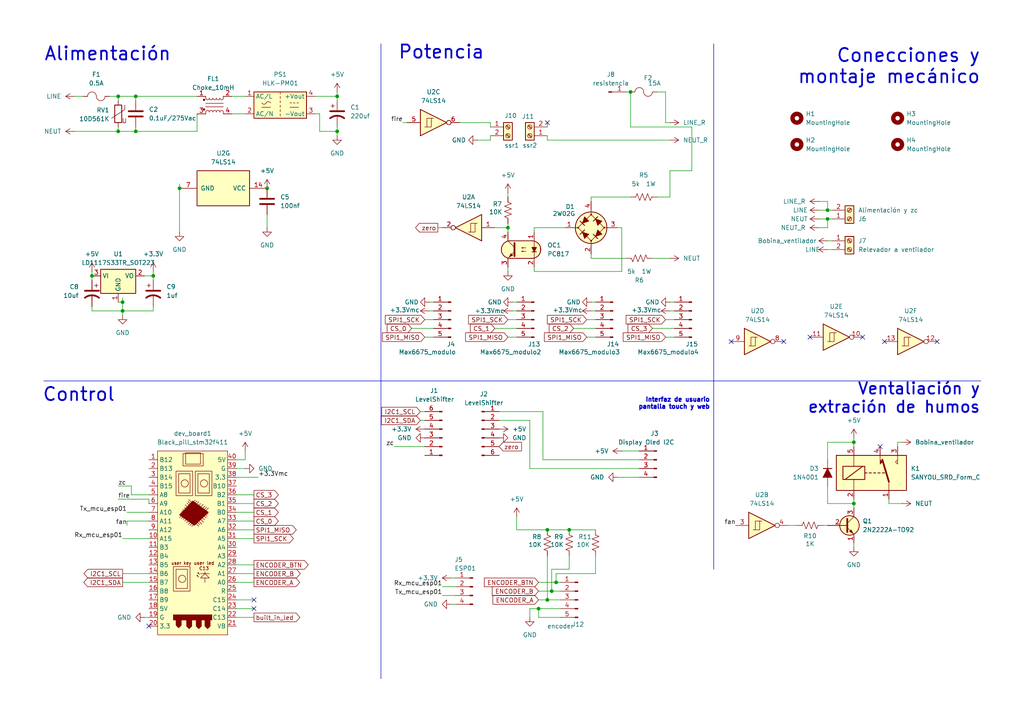
<source format=kicad_sch>
(kicad_sch (version 20250114) (generator "eeschema") (generator_version "9.0")
  (paper "A4")
  (title_block (title "Horno de reflujo para PCB") (date "2025-03-23") (company "Inbiodroid") (comment 1 "José António García García") (comment 2 "Adrián Silva Palafox"))
  (text "Alimentación" (at 31.242 15.748 0) (effects (font (size 3.81 3.81) (thickness 0.508) (bold yes))))
  (text "Interfaz de usuario\npantalla touch y web" (at 205.994 117.094 0) (effects (font (size 1.27 1.27) (thickness 0.508) (bold yes)) (justify right)))
  (text "Ventaliación y\nextración de humos" (at 284.48 115.57 0) (effects (font (size 3.302 3.302) (thickness 0.508) (bold yes)) (justify right)))
  (text "Conecciones y\nmontaje mecánico\n" (at 284.48 19.304 0) (effects (font (size 3.81 3.81) (thickness 0.508) (bold yes)) (justify right)))
  (text "Potencia\n" (at 128.016 15.24 0) (effects (font (size 3.81 3.81) (thickness 0.508) (bold yes))))
  (text "Control" (at 22.86 114.554 0) (effects (font (size 3.81 3.81) (thickness 0.508) (bold yes))))
  (junction (at 39.37 38.1))
  (junction (at 39.37 27.94))
  (junction (at 97.79 27.94))
  (junction (at 156.21 176.53))
  (junction (at 147.32 66.04))
  (junction (at 240.03 63.5))
  (junction (at 160.02 171.45))
  (junction (at 247.65 146.05))
  (junction (at 35.56 87.63))
  (junction (at 52.07 54.61))
  (junction (at 44.45 80.01))
  (junction (at 182.88 26.67))
  (junction (at 247.65 128.27))
  (junction (at 77.47 54.61))
  (junction (at 161.29 168.91))
  (junction (at 158.75 173.99))
  (junction (at 35.56 90.17))
  (junction (at 97.79 38.1))
  (junction (at 26.67 80.01))
  (junction (at 158.75 153.67))
  (junction (at 165.1 153.67))
  (junction (at 34.29 27.94))
  (junction (at 34.29 38.1))
  (junction (at 240.03 60.96))
  (no_connect (at 43.18 181.61))
  (no_connect (at 255.27 129.54))
  (no_connect (at 227.33 99.06))
  (no_connect (at 212.09 99.06))
  (no_connect (at 73.66 176.53))
  (no_connect (at 73.66 173.99))
  (no_connect (at 271.78 99.06))
  (no_connect (at 158.75 35.56))
  (no_connect (at 234.95 97.79))
  (no_connect (at 250.19 97.79))
  (no_connect (at 256.54 99.06))
  (wire (pts (xy 68.58 163.83) (xy 73.66 163.83)))
  (wire (pts (xy 260.35 128.27) (xy 260.35 129.54)))
  (wire (pts (xy 68.58 179.07) (xy 73.66 179.07)))
  (wire (pts (xy 240.03 72.39) (xy 241.3 72.39)))
  (wire (pts (xy 193.04 97.79) (xy 195.58 97.79)))
  (wire (pts (xy 240.03 58.42) (xy 237.49 58.42)))
  (wire (pts (xy 41.91 179.07) (xy 43.18 179.07)))
  (wire (pts (xy 260.35 128.27) (xy 261.62 128.27)))
  (wire (pts (xy 172.72 166.37) (xy 161.29 166.37)))
  (wire (pts (xy 200.66 49.53) (xy 200.66 36.83)))
  (wire (pts (xy 171.45 87.63) (xy 172.72 87.63)))
  (wire (pts (xy 123.19 92.71) (xy 125.73 92.71)))
  (wire (pts (xy 180.34 66.04) (xy 180.34 78.74)))
  (polyline (pts (xy 207.01 111.76) (xy 207.01 165.1)))
  (wire (pts (xy 124.46 90.17) (xy 125.73 90.17)))
  (wire (pts (xy 240.03 69.85) (xy 241.3 69.85)))
  (wire (pts (xy 257.81 146.05) (xy 257.81 144.78)))
  (wire (pts (xy 189.23 74.93) (xy 194.31 74.93)))
  (wire (pts (xy 149.86 149.86) (xy 149.86 153.67)))
  (wire (pts (xy 34.29 144.78) (xy 43.18 144.78)))
  (wire (pts (xy 160.02 171.45) (xy 162.56 171.45)))
  (wire (pts (xy 71.12 130.81) (xy 71.12 133.35)))
  (wire (pts (xy 39.37 38.1) (xy 34.29 38.1)))
  (wire (pts (xy 194.31 90.17) (xy 195.58 90.17)))
  (wire (pts (xy 39.37 27.94) (xy 39.37 29.21)))
  (wire (pts (xy 143.51 66.04) (xy 147.32 66.04)))
  (wire (pts (xy 35.56 166.37) (xy 43.18 166.37)))
  (wire (pts (xy 228.6 152.4) (xy 231.14 152.4)))
  (wire (pts (xy 156.21 176.53) (xy 153.67 176.53)))
  (wire (pts (xy 147.32 64.77) (xy 147.32 66.04)))
  (polyline (pts (xy 110.49 12.7) (xy 110.49 110.49)))
  (wire (pts (xy 193.04 35.56) (xy 193.04 26.67)))
  (wire (pts (xy 165.1 153.67) (xy 172.72 153.67)))
  (wire (pts (xy 39.37 36.83) (xy 39.37 38.1)))
  (wire (pts (xy 147.32 77.47) (xy 147.32 78.74)))
  (wire (pts (xy 172.72 161.29) (xy 172.72 166.37)))
  (wire (pts (xy 27.94 80.01) (xy 26.67 80.01)))
  (wire (pts (xy 68.58 135.89) (xy 71.12 135.89)))
  (wire (pts (xy 237.49 66.04) (xy 240.03 66.04)))
  (wire (pts (xy 57.15 33.02) (xy 57.15 38.1)))
  (wire (pts (xy 153.67 135.89) (xy 185.42 135.89)))
  (wire (pts (xy 43.18 144.78) (xy 43.18 146.05)))
  (wire (pts (xy 162.56 179.07) (xy 156.21 179.07)))
  (wire (pts (xy 157.48 133.35) (xy 157.48 119.38)))
  (wire (pts (xy 68.58 176.53) (xy 73.66 176.53)))
  (wire (pts (xy 44.45 78.74) (xy 44.45 80.01)))
  (wire (pts (xy 128.27 66.04) (xy 127 66.04)))
  (wire (pts (xy 35.56 87.63) (xy 35.56 90.17)))
  (wire (pts (xy 118.11 35.56) (xy 116.84 35.56)))
  (wire (pts (xy 121.92 121.92) (xy 123.19 121.92)))
  (wire (pts (xy 156.21 179.07) (xy 156.21 176.53)))
  (wire (pts (xy 193.04 92.71) (xy 195.58 92.71)))
  (wire (pts (xy 142.24 35.56) (xy 142.24 36.83)))
  (wire (pts (xy 68.58 146.05) (xy 73.66 146.05)))
  (wire (pts (xy 149.86 153.67) (xy 158.75 153.67)))
  (wire (pts (xy 43.18 151.13) (xy 36.83 151.13)))
  (wire (pts (xy 121.92 119.38) (xy 123.19 119.38)))
  (wire (pts (xy 165.1 165.1) (xy 160.02 165.1)))
  (wire (pts (xy 154.94 66.04) (xy 154.94 67.31)))
  (wire (pts (xy 147.32 92.71) (xy 149.86 92.71)))
  (wire (pts (xy 68.58 173.99) (xy 73.66 173.99)))
  (wire (pts (xy 171.45 74.93) (xy 171.45 73.66)))
  (wire (pts (xy 194.31 49.53) (xy 200.66 49.53)))
  (wire (pts (xy 77.47 62.23) (xy 77.47 66.04)))
  (wire (pts (xy 35.56 91.44) (xy 35.56 90.17)))
  (wire (pts (xy 26.67 88.9) (xy 26.67 90.17)))
  (wire (pts (xy 43.18 143.51) (xy 38.1 143.51)))
  (wire (pts (xy 143.51 95.25) (xy 149.86 95.25)))
  (wire (pts (xy 163.83 66.04) (xy 154.94 66.04)))
  (wire (pts (xy 147.32 55.88) (xy 147.32 57.15)))
  (wire (pts (xy 74.93 138.43) (xy 68.58 138.43)))
  (wire (pts (xy 57.15 38.1) (xy 39.37 38.1)))
  (wire (pts (xy 97.79 27.94) (xy 97.79 29.21)))
  (wire (pts (xy 181.61 26.67) (xy 182.88 26.67)))
  (wire (pts (xy 68.58 151.13) (xy 73.66 151.13)))
  (wire (pts (xy 179.07 66.04) (xy 180.34 66.04)))
  (wire (pts (xy 180.34 130.81) (xy 185.42 130.81)))
  (wire (pts (xy 68.58 166.37) (xy 73.66 166.37)))
  (wire (pts (xy 124.46 87.63) (xy 125.73 87.63)))
  (wire (pts (xy 189.23 95.25) (xy 195.58 95.25)))
  (wire (pts (xy 247.65 128.27) (xy 240.03 128.27)))
  (wire (pts (xy 138.43 40.64) (xy 142.24 40.64)))
  (wire (pts (xy 193.04 26.67) (xy 190.5 26.67)))
  (wire (pts (xy 158.75 35.56) (xy 158.75 36.83)))
  (wire (pts (xy 261.62 146.05) (xy 257.81 146.05)))
  (wire (pts (xy 182.88 57.15) (xy 171.45 57.15)))
  (wire (pts (xy 238.76 152.4) (xy 240.03 152.4)))
  (wire (pts (xy 194.31 87.63) (xy 195.58 87.63)))
  (wire (pts (xy 34.29 38.1) (xy 34.29 36.83)))
  (wire (pts (xy 34.29 87.63) (xy 35.56 87.63)))
  (wire (pts (xy 36.83 151.13) (xy 36.83 152.4)))
  (polyline (pts (xy 207.01 12.7) (xy 207.01 111.76)))
  (wire (pts (xy 21.59 27.94) (xy 24.13 27.94)))
  (wire (pts (xy 240.03 146.05) (xy 247.65 146.05)))
  (polyline (pts (xy 110.49 110.49) (xy 110.49 196.85)))
  (wire (pts (xy 31.75 27.94) (xy 34.29 27.94)))
  (wire (pts (xy 240.03 60.96) (xy 241.3 60.96)))
  (wire (pts (xy 240.03 140.97) (xy 240.03 146.05)))
  (wire (pts (xy 161.29 166.37) (xy 161.29 168.91)))
  (wire (pts (xy 158.75 40.64) (xy 194.31 40.64)))
  (wire (pts (xy 97.79 26.67) (xy 97.79 27.94)))
  (wire (pts (xy 148.59 90.17) (xy 149.86 90.17)))
  (wire (pts (xy 41.91 80.01) (xy 44.45 80.01)))
  (wire (pts (xy 68.58 156.21) (xy 73.66 156.21)))
  (wire (pts (xy 182.88 36.83) (xy 182.88 26.67)))
  (wire (pts (xy 21.59 38.1) (xy 34.29 38.1)))
  (wire (pts (xy 119.38 95.25) (xy 125.73 95.25)))
  (wire (pts (xy 200.66 36.83) (xy 182.88 36.83)))
  (polyline (pts (xy 110.49 110.49) (xy 284.48 110.49)))
  (wire (pts (xy 44.45 81.28) (xy 44.45 80.01)))
  (wire (pts (xy 171.45 74.93) (xy 181.61 74.93)))
  (wire (pts (xy 171.45 90.17) (xy 172.72 90.17)))
  (wire (pts (xy 97.79 39.37) (xy 97.79 38.1)))
  (wire (pts (xy 26.67 78.74) (xy 26.67 80.01)))
  (polyline (pts (xy 12.7 110.49) (xy 110.49 110.49)))
  (wire (pts (xy 247.65 144.78) (xy 247.65 146.05)))
  (wire (pts (xy 52.07 54.61) (xy 52.07 53.34)))
  (wire (pts (xy 92.71 33.02) (xy 92.71 38.1)))
  (wire (pts (xy 247.65 157.48) (xy 247.65 158.75)))
  (wire (pts (xy 36.83 148.59) (xy 43.18 148.59)))
  (wire (pts (xy 92.71 33.02) (xy 91.44 33.02)))
  (wire (pts (xy 170.18 92.71) (xy 172.72 92.71)))
  (wire (pts (xy 157.48 119.38) (xy 144.78 119.38)))
  (wire (pts (xy 240.03 63.5) (xy 241.3 63.5)))
  (wire (pts (xy 237.49 60.96) (xy 240.03 60.96)))
  (wire (pts (xy 148.59 87.63) (xy 149.86 87.63)))
  (wire (pts (xy 156.21 171.45) (xy 160.02 171.45)))
  (wire (pts (xy 158.75 153.67) (xy 165.1 153.67)))
  (wire (pts (xy 44.45 90.17) (xy 35.56 90.17)))
  (wire (pts (xy 240.03 60.96) (xy 240.03 58.42)))
  (wire (pts (xy 161.29 168.91) (xy 162.56 168.91)))
  (wire (pts (xy 147.32 97.79) (xy 149.86 97.79)))
  (wire (pts (xy 38.1 140.97) (xy 34.29 140.97)))
  (wire (pts (xy 247.65 146.05) (xy 247.65 147.32)))
  (wire (pts (xy 156.21 168.91) (xy 161.29 168.91)))
  (wire (pts (xy 34.29 29.21) (xy 34.29 27.94)))
  (wire (pts (xy 157.48 133.35) (xy 185.42 133.35)))
  (wire (pts (xy 166.37 95.25) (xy 172.72 95.25)))
  (wire (pts (xy 156.21 173.99) (xy 158.75 173.99)))
  (wire (pts (xy 170.18 97.79) (xy 172.72 97.79)))
  (wire (pts (xy 71.12 133.35) (xy 68.58 133.35)))
  (wire (pts (xy 34.29 27.94) (xy 39.37 27.94)))
  (wire (pts (xy 128.27 170.18) (xy 132.08 170.18)))
  (wire (pts (xy 153.67 121.92) (xy 144.78 121.92)))
  (wire (pts (xy 154.94 78.74) (xy 154.94 77.47)))
  (wire (pts (xy 162.56 176.53) (xy 156.21 176.53)))
  (wire (pts (xy 240.03 128.27) (xy 240.03 133.35)))
  (wire (pts (xy 165.1 161.29) (xy 165.1 165.1)))
  (wire (pts (xy 35.56 156.21) (xy 43.18 156.21)))
  (wire (pts (xy 247.65 129.54) (xy 247.65 128.27)))
  (wire (pts (xy 179.07 138.43) (xy 185.42 138.43)))
  (wire (pts (xy 130.81 167.64) (xy 132.08 167.64)))
  (wire (pts (xy 142.24 39.37) (xy 142.24 40.64)))
  (wire (pts (xy 153.67 135.89) (xy 153.67 121.92)))
  (wire (pts (xy 194.31 57.15) (xy 194.31 49.53)))
  (wire (pts (xy 158.75 173.99) (xy 162.56 173.99)))
  (wire (pts (xy 158.75 161.29) (xy 158.75 173.99)))
  (wire (pts (xy 38.1 143.51) (xy 38.1 140.97)))
  (wire (pts (xy 160.02 165.1) (xy 160.02 171.45)))
  (wire (pts (xy 147.32 66.04) (xy 147.32 67.31)))
  (wire (pts (xy 91.44 27.94) (xy 97.79 27.94)))
  (wire (pts (xy 26.67 90.17) (xy 35.56 90.17)))
  (wire (pts (xy 67.31 33.02) (xy 71.12 33.02)))
  (wire (pts (xy 153.67 176.53) (xy 153.67 179.07)))
  (wire (pts (xy 114.3 129.54) (xy 123.19 129.54)))
  (wire (pts (xy 237.49 63.5) (xy 240.03 63.5)))
  (wire (pts (xy 39.37 27.94) (xy 57.15 27.94)))
  (wire (pts (xy 97.79 38.1) (xy 97.79 36.83)))
  (wire (pts (xy 68.58 148.59) (xy 73.66 148.59)))
  (wire (pts (xy 130.81 175.26) (xy 132.08 175.26)))
  (wire (pts (xy 92.71 38.1) (xy 97.79 38.1)))
  (wire (pts (xy 68.58 153.67) (xy 73.66 153.67)))
  (wire (pts (xy 44.45 88.9) (xy 44.45 90.17)))
  (wire (pts (xy 67.31 27.94) (xy 71.12 27.94)))
  (wire (pts (xy 35.56 86.36) (xy 35.56 87.63)))
  (wire (pts (xy 26.67 80.01) (xy 26.67 81.28)))
  (wire (pts (xy 158.75 39.37) (xy 158.75 40.64)))
  (wire (pts (xy 240.03 66.04) (xy 240.03 63.5)))
  (wire (pts (xy 35.56 168.91) (xy 43.18 168.91)))
  (wire (pts (xy 123.19 97.79) (xy 125.73 97.79)))
  (wire (pts (xy 52.07 67.31) (xy 52.07 54.61)))
  (wire (pts (xy 247.65 127) (xy 247.65 128.27)))
  (wire (pts (xy 128.27 172.72) (xy 132.08 172.72)))
  (wire (pts (xy 68.58 143.51) (xy 73.66 143.51)))
  (wire (pts (xy 68.58 168.91) (xy 73.66 168.91)))
  (wire (pts (xy 171.45 57.15) (xy 171.45 58.42)))
  (wire (pts (xy 190.5 57.15) (xy 194.31 57.15)))
  (wire (pts (xy 193.04 35.56) (xy 194.31 35.56)))
  (wire (pts (xy 180.34 78.74) (xy 154.94 78.74)))
  (wire (pts (xy 133.35 35.56) (xy 142.24 35.56)))
  (label "zc" (at 114.3 129.54 180))
  (label "fan" (at 213.36 152.4 180))
  (label "fire" (at 34.29 144.78 0))
  (label "zc" (at 34.29 140.97 0))
  (label "fire" (at 116.84 35.56 180))
  (label "+3.3Vmc" (at 74.93 138.43 0))
  (label "Tx_mcu_esp01" (at 128.27 172.72 180))
  (label "Tx_mcu_esp01" (at 36.83 148.59 180))
  (label "fan" (at 36.83 152.4 180))
  (label "Rx_mcu_esp01" (at 128.27 170.18 180))
  (label "Rx_mcu_esp01" (at 35.56 156.21 180))
  (global_label "SPI1_MISO" (shape input) (at 193.04 97.79 180) (property "Intersheetrefs" "${INTERSHEET_REFS}" (effects (hide yes))))
  (global_label "I2C1_SCL" (shape output) (at 35.56 166.37 180) (property "Intersheetrefs" "${INTERSHEET_REFS}" (effects (hide yes))))
  (global_label "SPI1_SCK" (shape output) (at 73.66 156.21 0) (property "Intersheetrefs" "${INTERSHEET_REFS}" (effects (hide yes))))
  (global_label "CS_2" (shape input) (at 166.37 95.25 180) (property "Intersheetrefs" "${INTERSHEET_REFS}" (effects (hide yes))))
  (global_label "ENCODER_B" (shape input) (at 156.21 171.45 180) (property "Intersheetrefs" "${INTERSHEET_REFS}" (effects (hide yes))))
  (global_label "CS_2" (shape output) (at 73.66 146.05 0) (property "Intersheetrefs" "${INTERSHEET_REFS}" (effects (hide yes))))
  (global_label "CS_3" (shape input) (at 189.23 95.25 180) (property "Intersheetrefs" "${INTERSHEET_REFS}" (effects (hide yes))))
  (global_label "SPI1_MISO" (shape input) (at 170.18 97.79 180) (property "Intersheetrefs" "${INTERSHEET_REFS}" (effects (hide yes))))
  (global_label "zero" (shape input) (at 144.78 129.54 0) (property "Intersheetrefs" "${INTERSHEET_REFS}" (effects (hide yes))))
  (global_label "CS_1" (shape input) (at 143.51 95.25 180) (property "Intersheetrefs" "${INTERSHEET_REFS}" (effects (hide yes))))
  (global_label "CS_1" (shape output) (at 73.66 148.59 0) (property "Intersheetrefs" "${INTERSHEET_REFS}" (effects (hide yes))))
  (global_label "SPI1_SCK" (shape input) (at 147.32 92.71 180) (property "Intersheetrefs" "${INTERSHEET_REFS}" (effects (hide yes))))
  (global_label "I2C1_SCL" (shape input) (at 121.92 119.38 180) (property "Intersheetrefs" "${INTERSHEET_REFS}" (effects (hide yes))))
  (global_label "SPI1_MISO" (shape input) (at 123.19 97.79 180) (property "Intersheetrefs" "${INTERSHEET_REFS}" (effects (hide yes))))
  (global_label "CS_0" (shape input) (at 119.38 95.25 180) (property "Intersheetrefs" "${INTERSHEET_REFS}" (effects (hide yes))))
  (global_label "CS_3" (shape output) (at 73.66 143.51 0) (property "Intersheetrefs" "${INTERSHEET_REFS}" (effects (hide yes))))
  (global_label "SPI1_SCK" (shape input) (at 170.18 92.71 180) (property "Intersheetrefs" "${INTERSHEET_REFS}" (effects (hide yes))))
  (global_label "ENCODER_BTN" (shape input) (at 156.21 168.91 180) (property "Intersheetrefs" "${INTERSHEET_REFS}" (effects (hide yes))))
  (global_label "SPI1_MISO" (shape input) (at 147.32 97.79 180) (property "Intersheetrefs" "${INTERSHEET_REFS}" (effects (hide yes))))
  (global_label "ENCODER_A" (shape output) (at 73.66 168.91 0) (property "Intersheetrefs" "${INTERSHEET_REFS}" (effects (hide yes))))
  (global_label "zero" (shape output) (at 127 66.04 180) (property "Intersheetrefs" "${INTERSHEET_REFS}" (effects (hide yes))))
  (global_label "I2C1_SDA" (shape input) (at 121.92 121.92 180) (property "Intersheetrefs" "${INTERSHEET_REFS}" (effects (hide yes))))
  (global_label "built_in_led" (shape output) (at 73.66 179.07 0) (property "Intersheetrefs" "${INTERSHEET_REFS}" (effects (hide yes))))
  (global_label "SPI1_MISO" (shape output) (at 73.66 153.67 0) (property "Intersheetrefs" "${INTERSHEET_REFS}" (effects (hide yes))))
  (global_label "ENCODER_A" (shape input) (at 156.21 173.99 180) (property "Intersheetrefs" "${INTERSHEET_REFS}" (effects (hide yes))))
  (global_label "SPI1_SCK" (shape input) (at 123.19 92.71 180) (property "Intersheetrefs" "${INTERSHEET_REFS}" (effects (hide yes))))
  (global_label "CS_0" (shape output) (at 73.66 151.13 0) (property "Intersheetrefs" "${INTERSHEET_REFS}" (effects (hide yes))))
  (global_label "I2C1_SDA" (shape output) (at 35.56 168.91 180) (property "Intersheetrefs" "${INTERSHEET_REFS}" (effects (hide yes))))
  (global_label "ENCODER_B" (shape output) (at 73.66 166.37 0) (property "Intersheetrefs" "${INTERSHEET_REFS}" (effects (hide yes))))
  (global_label "SPI1_SCK" (shape input) (at 193.04 92.71 180) (property "Intersheetrefs" "${INTERSHEET_REFS}" (effects (hide yes))))
  (global_label "ENCODER_BTN" (shape output) (at 73.66 163.83 0) (property "Intersheetrefs" "${INTERSHEET_REFS}" (effects (hide yes))))
  (symbol (lib_id "speedy_hardware_items:Black_pill_stm32f411") (at 55.88 125.73 0) (unit 1)
    (property "Reference" "dev_board1" (at 55.88 125.73 0))
    (property "Value" "Black_pill_stm32f411" (at 55.88 128.27 0))
    (property "Footprint" "Module:Maple_Mini" (effects (hide yes)))
    (property "Datasheet" "https://stm32-base.org/boards/STM32F411CEU6-WeAct-Black-Pill-V2.0" (effects (hide yes)))
  )
  (symbol (lib_id "power:NEUT") (at 194.31 40.64 270) (unit 1)
    (property "Reference" "#PWR08" (effects (hide yes)))
    (property "Value" "NEUT_R" (at 198.12 40.6399 90) (effects (justify left)))
    (property "Description" "Power symbol creates a global label with name \"NEUT\"" (effects (hide yes)))
  )
  (symbol (lib_id "74xx:74LS14") (at 135.89 66.04 180) (unit 1)
    (property "Reference" "U2" (at 135.89 57.15 0))
    (property "Value" "74LS14" (at 135.89 59.69 0))
    (property "Footprint" "Package_DIP:DIP-14_W7.62mm_Socket_LongPads" (effects (hide yes)))
    (property "Datasheet" "http://www.ti.com/lit/gpn/sn74LS14" (effects (hide yes)))
    (property "Description" "Hex inverter schmitt trigger" (effects (hide yes)))
  )
  (symbol (lib_id "power:GND") (at 194.31 87.63 270) (unit 1)
    (property "Reference" "#PWR049" (effects (hide yes)))
    (property "Value" "GND" (at 189.23 87.63 90))
    (property "Description" "Power symbol creates a global label with name \"GND\" , ground" (effects (hide yes)))
  )
  (symbol (lib_id "74xx:74LS14") (at 219.71 99.06 0) (unit 4)
    (property "Reference" "U2" (at 219.71 90.17 0))
    (property "Value" "74LS14" (at 219.71 92.71 0))
    (property "Footprint" "Package_DIP:DIP-14_W7.62mm_Socket_LongPads" (effects (hide yes)))
    (property "Datasheet" "http://www.ti.com/lit/gpn/sn74LS14" (effects (hide yes)))
    (property "Description" "Hex inverter schmitt trigger" (effects (hide yes)))
  )
  (symbol (lib_id "Mechanical:MountingHole") (at 231.14 41.91 0) (unit 1) (exclude_from_sim yes) (in_bom no)
    (property "Reference" "H2" (at 233.68 40.6399 0) (effects (justify left)))
    (property "Value" "MountingHole" (at 233.68 43.1799 0) (effects (justify left)))
    (property "Footprint" "MountingHole:MountingHole_3.2mm_M3_DIN965" (effects (hide yes)))
    (property "Description" "Mounting Hole without connection" (effects (hide yes)))
  )
  (symbol (lib_id "power:GND") (at 247.65 158.75 0) (unit 1)
    (property "Reference" "#PWR019" (effects (hide yes)))
    (property "Value" "GND" (at 247.65 163.83 0))
    (property "Description" "Power symbol creates a global label with name \"GND\" , ground" (effects (hide yes)))
  )
  (symbol (lib_id "Device:R_US") (at 172.72 157.48 180) (unit 1)
    (property "Reference" "R11" (at 169.672 155.702 0))
    (property "Value" "10K" (at 169.164 157.988 0))
    (property "Footprint" "Resistor_THT:R_Axial_DIN0207_L6.3mm_D2.5mm_P2.54mm_Vertical" (effects (hide yes)))
    (property "Description" "Resistor, US symbol" (effects (hide yes)))
  )
  (symbol (lib_id "74xx:74LS14") (at 125.73 35.56 0) (unit 3)
    (property "Reference" "U2" (at 125.73 26.67 0))
    (property "Value" "74LS14" (at 125.73 29.21 0))
    (property "Footprint" "Package_DIP:DIP-14_W7.62mm_Socket_LongPads" (effects (hide yes)))
    (property "Datasheet" "http://www.ti.com/lit/gpn/sn74LS14" (effects (hide yes)))
    (property "Description" "Hex inverter schmitt trigger" (effects (hide yes)))
  )
  (symbol (lib_id "power:GND") (at 144.78 127 90) (unit 1)
    (property "Reference" "#PWR024" (effects (hide yes)))
    (property "Value" "GND" (at 148.59 126.9999 90) (effects (justify right)))
    (property "Description" "Power symbol creates a global label with name \"GND\" , ground" (effects (hide yes)))
  )
  (symbol (lib_id "power:GND") (at 171.45 87.63 270) (unit 1)
    (property "Reference" "#PWR044" (effects (hide yes)))
    (property "Value" "GND" (at 166.37 87.63 90))
    (property "Description" "Power symbol creates a global label with name \"GND\" , ground" (effects (hide yes)))
  )
  (symbol (lib_id "power:GND") (at 77.47 66.04 0) (mirror y) (unit 1)
    (property "Reference" "#PWR015" (effects (hide yes)))
    (property "Value" "GND" (at 77.47 71.12 0))
    (property "Description" "Power symbol creates a global label with name \"GND\" , ground" (effects (hide yes)))
  )
  (symbol (lib_id "power:GND") (at 147.32 78.74 0) (unit 1)
    (property "Reference" "#PWR012" (effects (hide yes)))
    (property "Value" "GND" (at 147.32 83.82 0))
    (property "Description" "Power symbol creates a global label with name \"GND\" , ground" (effects (hide yes)))
  )
  (symbol (lib_id "power:+5V") (at 97.79 26.67 0) (unit 1)
    (property "Reference" "#PWR04" (effects (hide yes)))
    (property "Value" "+5V" (at 97.79 21.59 0))
    (property "Description" "Power symbol creates a global label with name \"+5V\"" (effects (hide yes)))
  )
  (symbol (lib_id "Connector:Conn_01x01_Pin") (at 176.53 26.67 0) (unit 1)
    (property "Reference" "J8" (at 177.165 21.59 0))
    (property "Value" "resistencia" (at 177.165 24.13 0))
    (property "Footprint" "Connector_PinHeader_2.54mm:PinHeader_1x01_P2.54mm_Vertical" (effects (hide yes)))
    (property "Description" "Generic connector, single row, 01x01, script generated" (effects (hide yes)))
  )
  (symbol (lib_id "74xx:74LS14") (at 242.57 97.79 0) (unit 5)
    (property "Reference" "U2" (at 242.57 88.9 0))
    (property "Value" "74LS14" (at 242.57 91.44 0))
    (property "Footprint" "Package_DIP:DIP-14_W7.62mm_Socket_LongPads" (effects (hide yes)))
    (property "Datasheet" "http://www.ti.com/lit/gpn/sn74LS14" (effects (hide yes)))
    (property "Description" "Hex inverter schmitt trigger" (effects (hide yes)))
  )
  (symbol (lib_id "PCM_Transistor_BJT_AKL:2N2222A-TO92") (at 245.11 152.4 0) (unit 1)
    (property "Reference" "Q1" (at 250.19 151.1299 0) (effects (justify left)))
    (property "Value" "2N2222A-TO92" (at 250.19 153.6699 0) (effects (justify left)))
    (property "Footprint" "Package_TO_SOT_THT:TO-92" (effects (hide yes)))
    (property "Datasheet" "https://www.tme.eu/Document/f56ae9fa05736feb390d26bab71fb0d5/2n2222a.pdf" (effects (hide yes)))
    (property "Description" "NPN TO-92 transistor, 40V, 0.6A, 625mW, Alternate KiCAD Library" (effects (hide yes)))
  )
  (symbol (lib_id "PCM_Diode_Bridge_AKL:2W02G") (at 171.45 66.04 90) (unit 1)
    (property "Reference" "D1" (at 165.354 59.944 90))
    (property "Value" "2W02G" (at 163.576 61.976 90))
    (property "Footprint" "Diode_THT:Diode_Bridge_Round_D9.0mm" (effects (hide yes)))
    (property "Datasheet" "https://www.tme.eu/Document/d97a8947eb7461daccec0981d4c63639/2w005g.pdf" (effects (hide yes)))
    (property "Description" "2A, 200V, THT Diode bridge, Alternate KiCAD Library" (effects (hide yes)))
  )
  (symbol (lib_id "power:LINE") (at 21.59 27.94 90) (unit 1)
    (property "Reference" "#PWR01" (effects (hide yes)))
    (property "Value" "LINE" (at 17.78 27.9399 90) (effects (justify left)))
    (property "Description" "Power symbol creates a global label with name \"LINE\"" (effects (hide yes)))
  )
  (symbol (lib_id "power:GND") (at 41.91 179.07 270) (unit 1)
    (property "Reference" "#PWR035" (effects (hide yes)))
    (property "Value" "GND" (at 38.1 179.0699 90) (effects (justify right)))
    (property "Description" "Power symbol creates a global label with name \"GND\" , ground" (effects (hide yes)))
  )
  (symbol (lib_id "power:GND") (at 138.43 40.64 270) (unit 1)
    (property "Reference" "#PWR09" (effects (hide yes)))
    (property "Value" "GND" (at 133.096 40.64 90))
    (property "Description" "Power symbol creates a global label with name \"GND\" , ground" (effects (hide yes)))
  )
  (symbol (lib_id "power:GND") (at 52.07 67.31 0) (mirror y) (unit 1)
    (property "Reference" "#PWR014" (effects (hide yes)))
    (property "Value" "GND" (at 52.07 72.39 0))
    (property "Description" "Power symbol creates a global label with name \"GND\" , ground" (effects (hide yes)))
  )
  (symbol (lib_id "power:+5V") (at 180.34 130.81 90) (mirror x) (unit 1)
    (property "Reference" "#PWR023" (effects (hide yes)))
    (property "Value" "+5V" (at 176.53 130.8099 90) (effects (justify left)))
    (property "Description" "Power symbol creates a global label with name \"+5V\"" (effects (hide yes)))
  )
  (symbol (lib_id "Connector:Conn_01x05_Pin") (at 130.81 92.71 0) (mirror y) (unit 1)
    (property "Reference" "J4" (at 130.81 99.822 0))
    (property "Value" "Max6675_modulo" (at 123.952 102.108 0))
    (property "Footprint" "Connector_PinHeader_2.54mm:PinHeader_1x05_P2.54mm_Vertical" (effects (hide yes)))
    (property "Description" "Generic connector, single row, 01x05, script generated" (effects (hide yes)))
  )
  (symbol (lib_id "power:GND") (at 130.81 175.26 270) (mirror x) (unit 1)
    (property "Reference" "#PWR029" (effects (hide yes)))
    (property "Value" "GND" (at 127 175.2599 90) (effects (justify right)))
    (property "Description" "Power symbol creates a global label with name \"GND\" , ground" (effects (hide yes)))
  )
  (symbol (lib_id "Device:R_US") (at 147.32 60.96 180) (unit 1)
    (property "Reference" "R7" (at 144.272 59.182 0))
    (property "Value" "10K" (at 143.764 61.468 0))
    (property "Footprint" "Resistor_THT:R_Axial_DIN0207_L6.3mm_D2.5mm_P2.54mm_Vertical" (effects (hide yes)))
    (property "Description" "Resistor, US symbol" (effects (hide yes)))
  )
  (symbol (lib_id "Device:C_Polarized_US") (at 44.45 85.09 0) (unit 1)
    (property "Reference" "C9" (at 48.26 83.1849 0) (effects (justify left)))
    (property "Value" "1uf" (at 48.26 85.7249 0) (effects (justify left)))
    (property "Footprint" "Capacitor_THT:CP_Radial_D5.0mm_P2.50mm" (effects (hide yes)))
    (property "Description" "Polarized capacitor, US symbol" (effects (hide yes)))
  )
  (symbol (lib_id "Connector:Conn_01x05_Pin") (at 167.64 173.99 0) (mirror y) (unit 1)
    (property "Reference" "J12" (at 167.64 181.102 0))
    (property "Value" "encoder" (at 162.56 181.61 0))
    (property "Footprint" "Connector_PinHeader_2.54mm:PinHeader_1x05_P2.54mm_Vertical" (effects (hide yes)))
    (property "Description" "Generic connector, single row, 01x05, script generated" (effects (hide yes)))
  )
  (symbol (lib_id "power:NEUT") (at 240.03 72.39 90) (unit 1)
    (property "Reference" "#PWR041" (effects (hide yes)))
    (property "Value" "LINE" (at 235.712 72.39 90))
    (property "Description" "Power symbol creates a global label with name \"NEUT\"" (effects (hide yes)))
  )
  (symbol (lib_id "Device:R_US") (at 165.1 157.48 180) (unit 1)
    (property "Reference" "R9" (at 162.052 155.702 0))
    (property "Value" "10K" (at 161.544 157.988 0))
    (property "Footprint" "Resistor_THT:R_Axial_DIN0207_L6.3mm_D2.5mm_P2.54mm_Vertical" (effects (hide yes)))
    (property "Description" "Resistor, US symbol" (effects (hide yes)))
  )
  (symbol (lib_id "Device:R_US") (at 158.75 157.48 180) (unit 1)
    (property "Reference" "R8" (at 155.702 155.702 0))
    (property "Value" "10K" (at 155.194 157.988 0))
    (property "Footprint" "Resistor_THT:R_Axial_DIN0207_L6.3mm_D2.5mm_P2.54mm_Vertical" (effects (hide yes)))
    (property "Description" "Resistor, US symbol" (effects (hide yes)))
  )
  (symbol (lib_id "Connector:Conn_01x04_Pin") (at 190.5 133.35 0) (mirror y) (unit 1)
    (property "Reference" "J3" (at 189.865 125.73 0))
    (property "Value" "Display Oled I2C" (at 187.452 128.27 0))
    (property "Footprint" "Connector_PinHeader_2.54mm:PinHeader_1x04_P2.54mm_Vertical" (effects (hide yes)))
    (property "Description" "Generic connector, single row, 01x04, script generated" (effects (hide yes)))
  )
  (symbol (lib_id "Connector:Screw_Terminal_01x02") (at 147.32 36.83 0) (unit 1)
    (property "Reference" "J10" (at 146.304 33.528 0) (effects (justify left)))
    (property "Value" "ssr1" (at 146.304 42.164 0) (effects (justify left)))
    (property "Footprint" "TerminalBlock:TerminalBlock_bornier-2_P5.08mm" (effects (hide yes)))
    (property "Description" "Generic screw terminal, single row, 01x02, script generated (kicad-library-utils/schlib/autogen/connector/)" (effects (hide yes)))
  )
  (symbol (lib_id "power:LINE") (at 237.49 60.96 90) (unit 1)
    (property "Reference" "#PWR038" (effects (hide yes)))
    (property "Value" "LINE" (at 234.315 60.9599 90) (effects (justify left)))
    (property "Description" "Power symbol creates a global label with name \"LINE\"" (effects (hide yes)))
  )
  (symbol (lib_id "power:LINE") (at 240.03 69.85 90) (unit 1)
    (property "Reference" "#PWR040" (effects (hide yes)))
    (property "Value" "Bobina_ventilador" (at 236.855 69.8499 90) (effects (justify left)))
    (property "Description" "Power symbol creates a global label with name \"LINE\"" (effects (hide yes)))
  )
  (symbol (lib_id "Device:C") (at 39.37 33.02 0) (unit 1)
    (property "Reference" "C2" (at 43.18 31.7499 0) (effects (justify left)))
    (property "Value" "0.1uF/275Vac" (at 43.18 34.2899 0) (effects (justify left)))
    (property "Footprint" "Capacitor_THT:C_Disc_D5.1mm_W3.2mm_P5.00mm" (effects (hide yes)))
    (property "Description" "Unpolarized capacitor" (effects (hide yes)))
  )
  (symbol (lib_id "power:LINE") (at 237.49 58.42 90) (mirror x) (unit 1)
    (property "Reference" "#PWR046" (effects (hide yes)))
    (property "Value" "LINE_R" (at 233.68 58.4199 90) (effects (justify left)))
    (property "Description" "Power symbol creates a global label with name \"LINE\"" (effects (hide yes)))
  )
  (symbol (lib_id "PCM_Device_AKL:Fuse") (at 186.69 26.67 180) (unit 1)
    (property "Reference" "F2" (at 186.69 22.606 0) (effects (justify right)))
    (property "Value" "15A" (at 187.9599 24.13 0) (effects (justify right)))
    (property "Footprint" "Fuse:Fuseholder_Cylinder-5x20mm_Schurter_0031_8201_Horizontal_Open" (effects (hide yes)))
    (property "Description" "Fuse, Alternate KiCAD Library" (effects (hide yes)))
  )
  (symbol (lib_id "PCM_4ms_Power-symbol:+3.3V") (at 124.46 90.17 90) (unit 1)
    (property "Reference" "#PWR032" (effects (hide yes)))
    (property "Value" "+3.3Vmc" (at 113.03 89.916 90) (effects (justify right)))
  )
  (symbol (lib_id "Device:R_US") (at 234.95 152.4 270) (unit 1)
    (property "Reference" "R10" (at 234.95 155.448 90))
    (property "Value" "1K" (at 234.95 157.734 90))
    (property "Footprint" "Resistor_THT:R_Axial_DIN0207_L6.3mm_D2.5mm_P2.54mm_Vertical" (effects (hide yes)))
    (property "Description" "Resistor, US symbol" (effects (hide yes)))
  )
  (symbol (lib_id "PCM_4ms_Power-symbol:+3.3V") (at 44.45 78.74 0) (unit 1)
    (property "Reference" "#PWR027" (effects (hide yes)))
    (property "Value" "+3.3V" (at 44.45 73.66 0))
  )
  (symbol (lib_id "Mechanical:MountingHole") (at 231.14 34.29 0) (unit 1) (exclude_from_sim yes) (in_bom no)
    (property "Reference" "H1" (at 233.68 33.0199 0) (effects (justify left)))
    (property "Value" "MountingHole" (at 233.68 35.5599 0) (effects (justify left)))
    (property "Footprint" "MountingHole:MountingHole_3.2mm_M3_DIN965" (effects (hide yes)))
    (property "Description" "Mounting Hole without connection" (effects (hide yes)))
  )
  (symbol (lib_id "Relay:SANYOU_SRD_Form_C") (at 252.73 137.16 0) (unit 1)
    (property "Reference" "K1" (at 264.16 135.8899 0) (effects (justify left)))
    (property "Value" "SANYOU_SRD_Form_C" (at 264.16 138.4299 0) (effects (justify left)))
    (property "Footprint" "Relay_THT:Relay_SPDT_SANYOU_SRD_Series_Form_C" (effects (hide yes)))
    (property "Datasheet" "http://www.sanyourelay.ca/public/products/pdf/SRD.pdf" (effects (hide yes)))
    (property "Description" "Sanyo SRD relay, Single Pole Miniature Power Relay," (effects (hide yes)))
  )
  (symbol (lib_id "Connector:Conn_01x04_Pin") (at 137.16 170.18 0) (mirror y) (unit 1)
    (property "Reference" "J5" (at 131.826 162.306 0) (effects (justify right)))
    (property "Value" "ESP01" (at 131.826 164.846 0) (effects (justify right)))
    (property "Footprint" "Connector_PinHeader_2.54mm:PinHeader_1x04_P2.54mm_Vertical" (effects (hide yes)))
    (property "Description" "Generic connector, single row, 01x04, script generated" (effects (hide yes)))
  )
  (symbol (lib_id "power:NEUT") (at 261.62 146.05 270) (unit 1)
    (property "Reference" "#PWR042" (effects (hide yes)))
    (property "Value" "NEUT" (at 265.43 146.0499 90) (effects (justify left)))
    (property "Description" "Power symbol creates a global label with name \"NEUT\"" (effects (hide yes)))
  )
  (symbol (lib_id "power:LINE") (at 261.62 128.27 270) (unit 1)
    (property "Reference" "#PWR043" (effects (hide yes)))
    (property "Value" "Bobina_ventilador" (at 265.43 128.2699 90) (effects (justify left)))
    (property "Description" "Power symbol creates a global label with name \"LINE\"" (effects (hide yes)))
  )
  (symbol (lib_id "power:NEUT") (at 237.49 66.04 90) (mirror x) (unit 1)
    (property "Reference" "#PWR047" (effects (hide yes)))
    (property "Value" "NEUT_R" (at 233.68 66.0399 90) (effects (justify left)))
    (property "Description" "Power symbol creates a global label with name \"NEUT\"" (effects (hide yes)))
  )
  (symbol (lib_id "Device:C") (at 77.47 58.42 0) (mirror y) (unit 1)
    (property "Reference" "C5" (at 81.28 57.1499 0) (effects (justify right)))
    (property "Value" "100nf" (at 81.28 59.6899 0) (effects (justify right)))
    (property "Footprint" "Capacitor_THT:C_Disc_D5.1mm_W3.2mm_P5.00mm" (effects (hide yes)))
    (property "Description" "Unpolarized capacitor" (effects (hide yes)))
  )
  (symbol (lib_id "power:+5V") (at 147.32 55.88 0) (unit 1)
    (property "Reference" "#PWR013" (effects (hide yes)))
    (property "Value" "+5V" (at 147.32 50.8 0))
    (property "Description" "Power symbol creates a global label with name \"+5V\"" (effects (hide yes)))
  )
  (symbol (lib_id "Connector:Conn_01x06_Pin") (at 139.7 124.46 0) (unit 1)
    (property "Reference" "J2" (at 140.335 114.3 0))
    (property "Value" "LevelShifter" (at 140.335 116.84 0))
    (property "Footprint" "Connector_PinHeader_2.54mm:PinHeader_1x06_P2.54mm_Vertical" (effects (hide yes)))
    (property "Description" "Generic connector, single row, 01x06, script generated" (effects (hide yes)))
  )
  (symbol (lib_id "Converter_ACDC:HLK-PM01") (at 81.28 30.48 0) (unit 1)
    (property "Reference" "PS1" (at 81.28 21.59 0))
    (property "Value" "HLK-PM01" (at 81.28 24.13 0))
    (property "Footprint" "Converter_ACDC:Converter_ACDC_Hi-Link_HLK-PMxx" (effects (hide yes)))
    (property "Datasheet" "https://h.hlktech.com/download/ACDC%E7%94%B5%E6%BA%90%E6%A8%A1%E5%9D%973W%E7%B3%BB%E5%88%97/1/%E6%B5%B7%E5%87%8C%E7%A7%913W%E7%B3%BB%E5%88%97%E7%94%B5%E6%BA%90%E6%A8%A1%E5%9D%97%E8%A7%84%E6%A0%BC%E4%B9%A6V2.8.pdf" (effects (hide yes)))
    (property "Description" "Compact AC/DC board mount power module 3W 5V" (effects (hide yes)))
  )
  (symbol (lib_id "PCM_4ms_Power-symbol:+3.3V") (at 194.31 90.17 90) (unit 1)
    (property "Reference" "#PWR050" (effects (hide yes)))
    (property "Value" "+3.3Vmc" (at 183.134 89.916 90) (effects (justify right)))
  )
  (symbol (lib_id "74xx:74LS14") (at 264.16 99.06 0) (unit 6)
    (property "Reference" "U2" (at 264.16 90.17 0))
    (property "Value" "74LS14" (at 264.16 92.71 0))
    (property "Footprint" "Package_DIP:DIP-14_W7.62mm_Socket_LongPads" (effects (hide yes)))
    (property "Datasheet" "http://www.ti.com/lit/gpn/sn74LS14" (effects (hide yes)))
    (property "Description" "Hex inverter schmitt trigger" (effects (hide yes)))
  )
  (symbol (lib_id "PCM_4ms_Power-symbol:+3.3V") (at 148.59 90.17 90) (unit 1)
    (property "Reference" "#PWR037" (effects (hide yes)))
    (property "Value" "+3.3Vmc" (at 137.668 90.17 90) (effects (justify right)))
  )
  (symbol (lib_id "Connector:Screw_Terminal_01x02") (at 246.38 63.5 0) (mirror x) (unit 1)
    (property "Reference" "J6" (at 248.92 63.5001 0) (effects (justify left)))
    (property "Value" "Alimentación y zc" (at 248.92 60.9601 0) (effects (justify left)))
    (property "Footprint" "TerminalBlock:TerminalBlock_bornier-2_P5.08mm" (effects (hide yes)))
    (property "Description" "Generic screw terminal, single row, 01x02, script generated (kicad-library-utils/schlib/autogen/connector/)" (effects (hide yes)))
  )
  (symbol (lib_id "Filter:Choke_Schaffner_RN102-2-02-1M1") (at 62.23 30.48 0) (unit 1)
    (property "Reference" "FL1" (at 61.849 22.86 0))
    (property "Value" "Choke_10mH" (at 61.849 25.4 0))
    (property "Footprint" "Inductor_THT:Choke_Schaffner_RN102-04-14.0x14.0mm" (effects (hide yes)))
    (property "Datasheet" "https://www.schaffner.com/products/download/product/datasheet/rn-series-common-mode-chokes-new/" (effects (hide yes)))
    (property "Description" "Common mode choke, 2A, 300VAC, 1.1mH, 70mohm, RN-102" (effects (hide yes)))
  )
  (symbol (lib_id "PCM_4ms_Power-symbol:+3.3V") (at 130.81 167.64 90) (unit 1)
    (property "Reference" "#PWR030" (effects (hide yes)))
    (property "Value" "+3.3V" (at 127 167.6399 90) (effects (justify left)))
  )
  (symbol (lib_id "power:GND") (at 71.12 135.89 90) (unit 1)
    (property "Reference" "#PWR034" (effects (hide yes)))
    (property "Value" "GND" (at 74.93 135.8899 90) (effects (justify right)))
    (property "Description" "Power symbol creates a global label with name \"GND\" , ground" (effects (hide yes)))
  )
  (symbol (lib_id "Connector:Screw_Terminal_01x02") (at 153.67 39.37 180) (unit 1)
    (property "Reference" "J11" (at 153.162 33.782 0))
    (property "Value" "ssr2" (at 153.67 42.164 0))
    (property "Footprint" "TerminalBlock:TerminalBlock_bornier-2_P5.08mm" (effects (hide yes)))
    (property "Description" "Generic screw terminal, single row, 01x02, script generated (kicad-library-utils/schlib/autogen/connector/)" (effects (hide yes)))
  )
  (symbol (lib_id "PCM_4ms_Power-symbol:+3.3V") (at 171.45 90.17 90) (unit 1)
    (property "Reference" "#PWR045" (effects (hide yes)))
    (property "Value" "+3.3Vmc" (at 160.274 89.916 90) (effects (justify right)))
  )
  (symbol (lib_id "power:GND") (at 148.59 87.63 270) (unit 1)
    (property "Reference" "#PWR036" (effects (hide yes)))
    (property "Value" "GND" (at 143.51 87.63 90))
    (property "Description" "Power symbol creates a global label with name \"GND\" , ground" (effects (hide yes)))
  )
  (symbol (lib_id "Connector:Conn_01x05_Pin") (at 200.66 92.71 0) (mirror y) (unit 1)
    (property "Reference" "J15" (at 200.66 99.822 0))
    (property "Value" "Max6675_modulo4" (at 193.802 102.108 0))
    (property "Footprint" "Connector_PinHeader_2.54mm:PinHeader_1x05_P2.54mm_Vertical" (effects (hide yes)))
    (property "Description" "Generic connector, single row, 01x05, script generated" (effects (hide yes)))
  )
  (symbol (lib_id "power:GND") (at 97.79 39.37 0) (unit 1)
    (property "Reference" "#PWR03" (effects (hide yes)))
    (property "Value" "GND" (at 97.79 44.45 0))
    (property "Description" "Power symbol creates a global label with name \"GND\" , ground" (effects (hide yes)))
  )
  (symbol (lib_id "power:GND") (at 153.67 179.07 0) (unit 1)
    (property "Reference" "#PWR05" (effects (hide yes)))
    (property "Value" "GND" (at 153.67 184.15 0))
    (property "Description" "Power symbol creates a global label with name \"GND\" , ground" (effects (hide yes)))
  )
  (symbol (lib_id "Device:C_Polarized_US") (at 26.67 85.09 0) (mirror y) (unit 1)
    (property "Reference" "C8" (at 22.86 83.1849 0) (effects (justify left)))
    (property "Value" "10uf" (at 22.86 85.7249 0) (effects (justify left)))
    (property "Footprint" "Capacitor_THT:CP_Radial_D5.0mm_P2.50mm" (effects (hide yes)))
    (property "Description" "Polarized capacitor, US symbol" (effects (hide yes)))
  )
  (symbol (lib_id "Device:C_Polarized_US") (at 97.79 33.02 0) (unit 1)
    (property "Reference" "C1" (at 101.6 31.1149 0) (effects (justify left)))
    (property "Value" "220uf" (at 101.6 33.6549 0) (effects (justify left)))
    (property "Footprint" "Capacitor_THT:CP_Radial_D5.0mm_P2.50mm" (effects (hide yes)))
    (property "Description" "Polarized capacitor, US symbol" (effects (hide yes)))
  )
  (symbol (lib_id "Connector:Screw_Terminal_01x02") (at 246.38 69.85 0) (unit 1)
    (property "Reference" "J7" (at 248.92 69.8499 0) (effects (justify left)))
    (property "Value" "Relevador a ventilador" (at 248.92 72.3899 0) (effects (justify left)))
    (property "Footprint" "TerminalBlock:TerminalBlock_bornier-2_P5.08mm" (effects (hide yes)))
    (property "Description" "Generic screw terminal, single row, 01x02, script generated (kicad-library-utils/schlib/autogen/connector/)" (effects (hide yes)))
  )
  (symbol (lib_id "power:+5V") (at 247.65 127 0) (unit 1)
    (property "Reference" "#PWR048" (effects (hide yes)))
    (property "Value" "+5V" (at 247.65 121.92 0))
    (property "Description" "Power symbol creates a global label with name \"+5V\"" (effects (hide yes)))
  )
  (symbol (lib_id "Device:R_US") (at 185.42 74.93 90) (mirror x) (unit 1)
    (property "Reference" "R6" (at 185.42 81.28 90))
    (property "Value" "5k  1W" (at 185.42 78.74 90))
    (property "Footprint" "Resistor_THT:R_Axial_DIN0411_L9.9mm_D3.6mm_P5.08mm_Vertical" (effects (hide yes)))
    (property "Description" "Resistor, US symbol" (effects (hide yes)))
  )
  (symbol (lib_id "Mechanical:MountingHole") (at 260.35 41.91 0) (unit 1) (exclude_from_sim yes) (in_bom no)
    (property "Reference" "H4" (at 262.89 40.6399 0) (effects (justify left)))
    (property "Value" "MountingHole" (at 262.89 43.1799 0) (effects (justify left)))
    (property "Footprint" "MountingHole:MountingHole_3.2mm_M3_DIN965" (effects (hide yes)))
    (property "Description" "Mounting Hole without connection" (effects (hide yes)))
  )
  (symbol (lib_id "74xx:74LS14") (at 64.77 54.61 270) (unit 7)
    (property "Reference" "U2" (at 64.77 44.45 90))
    (property "Value" "74LS14" (at 64.77 46.99 90))
    (property "Footprint" "Package_DIP:DIP-14_W7.62mm_Socket_LongPads" (effects (hide yes)))
    (property "Datasheet" "http://www.ti.com/lit/gpn/sn74LS14" (effects (hide yes)))
    (property "Description" "Hex inverter schmitt trigger" (effects (hide yes)))
  )
  (symbol (lib_id "Device:Varistor") (at 34.29 33.02 0) (mirror y) (unit 1)
    (property "Reference" "RV1" (at 31.75 31.9432 0) (effects (justify left)))
    (property "Value" "10D561K" (at 31.75 34.4832 0) (effects (justify left)))
    (property "Footprint" "Varistor:RV_Disc_D7mm_W4.2mm_P5mm" (effects (hide yes)))
    (property "Description" "Voltage dependent resistor" (effects (hide yes)))
    (property "Sim.Name" "kicad_builtin_varistor" (effects (hide yes)))
    (property "Sim.Device" "SUBCKT" (effects (hide yes)))
    (property "Sim.Pins" "1=A 2=B" (effects (hide yes)))
    (property "Sim.Params" "threshold=1k" (effects (hide yes)))
    (property "Sim.Library" "${KICAD7_SYMBOL_DIR}/Simulation_SPICE.sp" (effects (hide yes)))
  )
  (symbol (lib_id "power:+5V") (at 71.12 130.81 0) (unit 1)
    (property "Reference" "#PWR033" (effects (hide yes)))
    (property "Value" "+5V" (at 71.12 125.73 0))
    (property "Description" "Power symbol creates a global label with name \"+5V\"" (effects (hide yes)))
  )
  (symbol (lib_id "power:NEUT") (at 194.31 74.93 270) (unit 1)
    (property "Reference" "#PWR011" (effects (hide yes)))
    (property "Value" "NEUT" (at 198.12 74.9299 90) (effects (justify left)))
    (property "Description" "Power symbol creates a global label with name \"NEUT\"" (effects (hide yes)))
  )
  (symbol (lib_id "power:LINE") (at 194.31 35.56 270) (unit 1)
    (property "Reference" "#PWR07" (effects (hide yes)))
    (property "Value" "LINE_R" (at 198.12 35.5599 90) (effects (justify left)))
    (property "Description" "Power symbol creates a global label with name \"LINE\"" (effects (hide yes)))
  )
  (symbol (lib_id "PCM_Optocoupler_AKL:PC817") (at 151.13 72.39 0) (mirror y) (unit 1)
    (property "Reference" "OC1" (at 158.75 71.1199 0) (effects (justify right)))
    (property "Value" "PC817" (at 158.75 73.6599 0) (effects (justify right)))
    (property "Footprint" "Package_DIP:DIP-4_W10.16mm" (effects (hide yes)))
    (property "Datasheet" "https://www.tme.eu/Document/7534c9f89aa4b1eba4ec90182e378328/PC817_2_3_47.pdf" (effects (hide yes)))
    (property "Description" "DIP-4 Optocoupler, Transistor output, 5kV, 4us, Alternate KiCAD Library" (effects (hide yes)))
  )
  (symbol (lib_id "power:NEUT") (at 237.49 63.5 90) (unit 1)
    (property "Reference" "#PWR039" (effects (hide yes)))
    (property "Value" "NEUT" (at 234.315 63.4999 90) (effects (justify left)))
    (property "Description" "Power symbol creates a global label with name \"NEUT\"" (effects (hide yes)))
  )
  (symbol (lib_id "Connector:Conn_01x05_Pin") (at 154.94 92.71 0) (mirror y) (unit 1)
    (property "Reference" "J13" (at 154.94 99.822 0))
    (property "Value" "Max6675_modulo2" (at 148.082 102.108 0))
    (property "Footprint" "Connector_PinHeader_2.54mm:PinHeader_1x05_P2.54mm_Vertical" (effects (hide yes)))
    (property "Description" "Generic connector, single row, 01x05, script generated" (effects (hide yes)))
  )
  (symbol (lib_id "PCM_Device_AKL:Fuse") (at 27.94 27.94 0) (unit 1)
    (property "Reference" "F1" (at 27.94 21.59 0))
    (property "Value" "0.5A" (at 27.94 24.13 0))
    (property "Footprint" "Fuse:Fuseholder_Cylinder-5x20mm_Schurter_0031_8201_Horizontal_Open" (effects (hide yes)))
    (property "Description" "Fuse, Alternate KiCAD Library" (effects (hide yes)))
  )
  (symbol (lib_id "power:+5V") (at 26.67 78.74 0) (unit 1)
    (property "Reference" "#PWR021" (effects (hide yes)))
    (property "Value" "+5V" (at 26.67 73.66 0))
    (property "Description" "Power symbol creates a global label with name \"+5V\"" (effects (hide yes)))
  )
  (symbol (lib_id "power:GND") (at 35.56 91.44 0) (unit 1)
    (property "Reference" "#PWR018" (effects (hide yes)))
    (property "Value" "GND" (at 35.56 96.52 0))
    (property "Description" "Power symbol creates a global label with name \"GND\" , ground" (effects (hide yes)))
  )
  (symbol (lib_id "PCM_4ms_Power-symbol:+3.3V") (at 123.19 124.46 90) (unit 1)
    (property "Reference" "#PWR051" (effects (hide yes)))
    (property "Value" "+3.3V" (at 119.38 124.4599 90) (effects (justify left)))
  )
  (symbol (lib_id "Mechanical:MountingHole") (at 260.35 34.29 0) (unit 1) (exclude_from_sim yes) (in_bom no)
    (property "Reference" "H3" (at 262.89 33.0199 0) (effects (justify left)))
    (property "Value" "MountingHole" (at 262.89 35.5599 0) (effects (justify left)))
    (property "Footprint" "MountingHole:MountingHole_3.2mm_M3_DIN965" (effects (hide yes)))
    (property "Description" "Mounting Hole without connection" (effects (hide yes)))
  )
  (symbol (lib_id "power:GND") (at 124.46 87.63 270) (unit 1)
    (property "Reference" "#PWR031" (effects (hide yes)))
    (property "Value" "GND" (at 119.38 87.63 90))
    (property "Description" "Power symbol creates a global label with name \"GND\" , ground" (effects (hide yes)))
  )
  (symbol (lib_id "power:+5V") (at 77.47 54.61 0) (mirror y) (unit 1)
    (property "Reference" "#PWR016" (effects (hide yes)))
    (property "Value" "+5V" (at 77.47 49.53 0))
    (property "Description" "Power symbol creates a global label with name \"+5V\"" (effects (hide yes)))
  )
  (symbol (lib_id "power:GND") (at 123.19 127 270) (unit 1)
    (property "Reference" "#PWR020" (effects (hide yes)))
    (property "Value" "GND" (at 119.38 126.9999 90) (effects (justify right)))
    (property "Description" "Power symbol creates a global label with name \"GND\" , ground" (effects (hide yes)))
  )
  (symbol (lib_id "Regulator_Linear:LD1117S33TR_SOT223") (at 34.29 80.01 0) (unit 1)
    (property "Reference" "U1" (at 34.29 73.66 0))
    (property "Value" "LD1117S33TR_SOT223" (at 34.29 76.2 0))
    (property "Footprint" "Package_TO_SOT_SMD:SOT-223-3_TabPin2" (effects (hide yes)))
    (property "Datasheet" "http://www.st.com/st-web-ui/static/active/en/resource/technical/document/datasheet/CD00000544.pdf" (effects (hide yes)))
    (property "Description" "800mA Fixed Low Drop Positive Voltage Regulator, Fixed Output 3.3V, SOT-223" (effects (hide yes)))
  )
  (symbol (lib_id "power:NEUT") (at 21.59 38.1 90) (unit 1)
    (property "Reference" "#PWR02" (effects (hide yes)))
    (property "Value" "NEUT" (at 17.78 38.0999 90) (effects (justify left)))
    (property "Description" "Power symbol creates a global label with name \"NEUT\"" (effects (hide yes)))
  )
  (symbol (lib_id "power:GND") (at 179.07 138.43 270) (mirror x) (unit 1)
    (property "Reference" "#PWR022" (effects (hide yes)))
    (property "Value" "GND" (at 175.26 138.4299 90) (effects (justify right)))
    (property "Description" "Power symbol creates a global label with name \"GND\" , ground" (effects (hide yes)))
  )
  (symbol (lib_id "power:+5V") (at 149.86 149.86 0) (unit 1)
    (property "Reference" "#PWR017" (effects (hide yes)))
    (property "Value" "+5V" (at 149.86 144.78 0))
    (property "Description" "Power symbol creates a global label with name \"+5V\"" (effects (hide yes)))
  )
  (symbol (lib_id "power:+5V") (at 144.78 124.46 270) (unit 1)
    (property "Reference" "#PWR06" (effects (hide yes)))
    (property "Value" "+5V" (at 148.59 124.4599 90) (effects (justify left)))
    (property "Description" "Power symbol creates a global label with name \"+5V\"" (effects (hide yes)))
  )
  (symbol (lib_id "PCM_Diode_AKL:1N4001") (at 240.03 137.16 90) (unit 1)
    (property "Reference" "D3" (at 237.49 135.8899 90) (effects (justify left)))
    (property "Value" "1N4001" (at 237.49 138.4299 90) (effects (justify left)))
    (property "Footprint" "Diode_THT:D_A-405_P10.16mm_Horizontal" (effects (hide yes)))
    (property "Datasheet" "https://www.tme.eu/Document/5f8ffc5ac30fc86bac97d66040bf5502/1n400x.pdf" (effects (hide yes)))
    (property "Description" "DO-41 Diode, Rectifier, 50V 1A, Alternate KiCad Library" (effects (hide yes)))
  )
  (symbol (lib_id "Device:R_US") (at 186.69 57.15 90) (unit 1)
    (property "Reference" "R5" (at 186.69 50.8 90))
    (property "Value" "5k  1W" (at 186.69 53.34 90))
    (property "Footprint" "Resistor_THT:R_Axial_DIN0411_L9.9mm_D3.6mm_P5.08mm_Vertical" (effects (hide yes)))
    (property "Description" "Resistor, US symbol" (effects (hide yes)))
  )
  (symbol (lib_id "Connector:Conn_01x05_Pin") (at 177.8 92.71 0) (mirror y) (unit 1)
    (property "Reference" "J14" (at 177.8 99.822 0))
    (property "Value" "Max6675_modulo3" (at 170.942 102.108 0))
    (property "Footprint" "Connector_PinHeader_2.54mm:PinHeader_1x05_P2.54mm_Vertical" (effects (hide yes)))
    (property "Description" "Generic connector, single row, 01x05, script generated" (effects (hide yes)))
  )
  (symbol (lib_id "Connector:Conn_01x06_Pin") (at 128.27 127 180) (unit 1)
    (property "Reference" "J1" (at 124.714 113.284 0) (effects (justify right)))
    (property "Value" "LevelShifter" (at 120.396 115.824 0) (effects (justify right)))
    (property "Footprint" "Connector_PinHeader_2.54mm:PinHeader_1x06_P2.54mm_Vertical" (effects (hide yes)))
    (property "Description" "Generic connector, single row, 01x06, script generated" (effects (hide yes)))
  )
  (symbol (lib_id "74xx:74LS14") (at 220.98 152.4 0) (unit 2)
    (property "Reference" "U2" (at 220.98 143.51 0))
    (property "Value" "74LS14" (at 220.98 146.05 0))
    (property "Footprint" "Package_DIP:DIP-14_W7.62mm_Socket_LongPads" (effects (hide yes)))
    (property "Datasheet" "http://www.ti.com/lit/gpn/sn74LS14" (effects (hide yes)))
    (property "Description" "Hex inverter schmitt trigger" (effects (hide yes)))
  )
)
</source>
